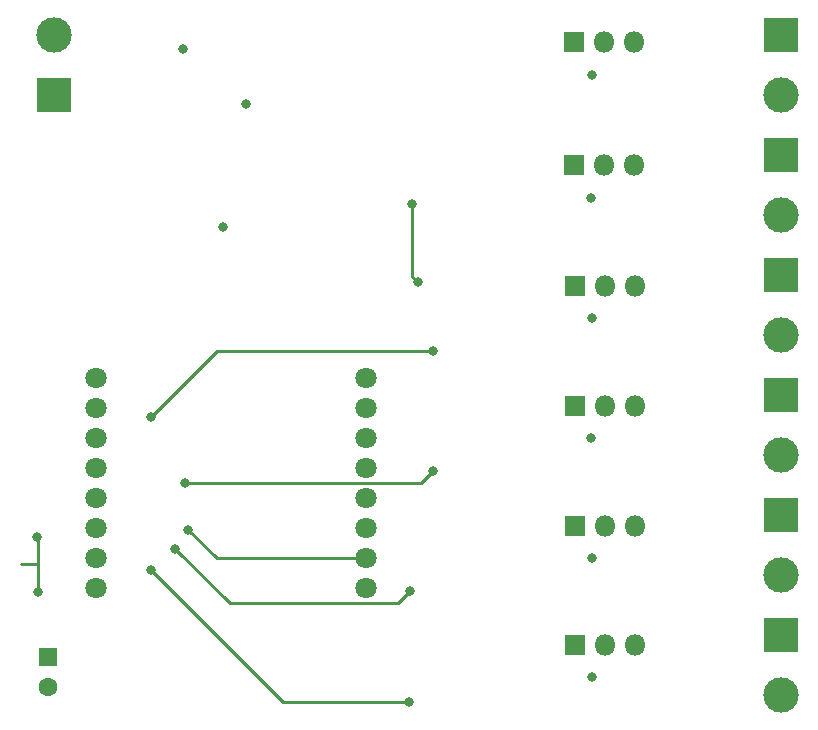
<source format=gbr>
%TF.GenerationSoftware,KiCad,Pcbnew,(5.1.7)-1*%
%TF.CreationDate,2020-12-01T10:33:41+01:00*%
%TF.ProjectId,HeatController,48656174-436f-46e7-9472-6f6c6c65722e,rev?*%
%TF.SameCoordinates,Original*%
%TF.FileFunction,Copper,L2,Bot*%
%TF.FilePolarity,Positive*%
%FSLAX46Y46*%
G04 Gerber Fmt 4.6, Leading zero omitted, Abs format (unit mm)*
G04 Created by KiCad (PCBNEW (5.1.7)-1) date 2020-12-01 10:33:41*
%MOMM*%
%LPD*%
G01*
G04 APERTURE LIST*
%TA.AperFunction,ComponentPad*%
%ADD10R,3.000000X3.000000*%
%TD*%
%TA.AperFunction,ComponentPad*%
%ADD11C,3.000000*%
%TD*%
%TA.AperFunction,ComponentPad*%
%ADD12C,1.800000*%
%TD*%
%TA.AperFunction,ComponentPad*%
%ADD13R,1.800000X1.800000*%
%TD*%
%TA.AperFunction,ComponentPad*%
%ADD14O,1.800000X1.800000*%
%TD*%
%TA.AperFunction,ComponentPad*%
%ADD15R,1.600000X1.600000*%
%TD*%
%TA.AperFunction,ComponentPad*%
%ADD16C,1.600000*%
%TD*%
%TA.AperFunction,ViaPad*%
%ADD17C,0.800000*%
%TD*%
%TA.AperFunction,Conductor*%
%ADD18C,0.250000*%
%TD*%
G04 APERTURE END LIST*
D10*
%TO.P,JP1,1*%
%TO.N,/24V*%
X157480000Y-61087000D03*
D11*
%TO.P,JP1,2*%
%TO.N,GND*%
X157480000Y-56007000D03*
%TD*%
D10*
%TO.P,J6,1*%
%TO.N,/24V*%
X219075000Y-106807000D03*
D11*
%TO.P,J6,2*%
%TO.N,Net-(D6-Pad2)*%
X219075000Y-111887000D03*
%TD*%
D10*
%TO.P,J5,1*%
%TO.N,/24V*%
X219075000Y-96647000D03*
D11*
%TO.P,J5,2*%
%TO.N,Net-(D5-Pad2)*%
X219075000Y-101727000D03*
%TD*%
D10*
%TO.P,J4,1*%
%TO.N,/24V*%
X219075000Y-86487000D03*
D11*
%TO.P,J4,2*%
%TO.N,Net-(D4-Pad2)*%
X219075000Y-91567000D03*
%TD*%
D10*
%TO.P,J3,1*%
%TO.N,/24V*%
X219075000Y-76327000D03*
D11*
%TO.P,J3,2*%
%TO.N,Net-(D3-Pad2)*%
X219075000Y-81407000D03*
%TD*%
D10*
%TO.P,J2,1*%
%TO.N,/24V*%
X219075000Y-66167000D03*
D11*
%TO.P,J2,2*%
%TO.N,Net-(D2-Pad2)*%
X219075000Y-71247000D03*
%TD*%
D10*
%TO.P,J1,1*%
%TO.N,/24V*%
X219075000Y-56007000D03*
D11*
%TO.P,J1,2*%
%TO.N,Net-(D1-Pad2)*%
X219075000Y-61087000D03*
%TD*%
D12*
%TO.P,U1,16*%
%TO.N,N/C*%
X183896000Y-85090000D03*
%TO.P,U1,1*%
X161036000Y-85090000D03*
%TO.P,U1,15*%
X183896000Y-87630000D03*
%TO.P,U1,2*%
X161036000Y-87630000D03*
%TO.P,U1,14*%
%TO.N,/D1*%
X183896000Y-90170000D03*
%TO.P,U1,3*%
%TO.N,N/C*%
X161036000Y-90170000D03*
%TO.P,U1,13*%
%TO.N,/D2*%
X183896000Y-92710000D03*
%TO.P,U1,4*%
%TO.N,/D5*%
X161036000Y-92710000D03*
%TO.P,U1,12*%
%TO.N,N/C*%
X183896000Y-95250000D03*
%TO.P,U1,5*%
%TO.N,/D6*%
X161036000Y-95250000D03*
%TO.P,U1,11*%
%TO.N,N/C*%
X183896000Y-97790000D03*
%TO.P,U1,6*%
%TO.N,/D7*%
X161036000Y-97790000D03*
%TO.P,U1,10*%
%TO.N,/GND2*%
X183896000Y-100330000D03*
%TO.P,U1,7*%
%TO.N,/D8*%
X161036000Y-100330000D03*
%TO.P,U1,9*%
%TO.N,N/C*%
X183896000Y-102870000D03*
%TO.P,U1,8*%
%TO.N,/3V3*%
X161036000Y-102870000D03*
%TD*%
D13*
%TO.P,Q5,1*%
%TO.N,Net-(Q5-Pad1)*%
X201573000Y-97574500D03*
D14*
%TO.P,Q5,2*%
%TO.N,Net-(D5-Pad2)*%
X204113000Y-97574500D03*
%TO.P,Q5,3*%
%TO.N,GND*%
X206653000Y-97574500D03*
%TD*%
D13*
%TO.P,Q6,1*%
%TO.N,Net-(Q6-Pad1)*%
X201573000Y-107671000D03*
D14*
%TO.P,Q6,2*%
%TO.N,Net-(D6-Pad2)*%
X204113000Y-107671000D03*
%TO.P,Q6,3*%
%TO.N,GND*%
X206653000Y-107671000D03*
%TD*%
D13*
%TO.P,Q3,1*%
%TO.N,Net-(Q3-Pad1)*%
X201573000Y-77254500D03*
D14*
%TO.P,Q3,2*%
%TO.N,Net-(D3-Pad2)*%
X204113000Y-77254500D03*
%TO.P,Q3,3*%
%TO.N,GND*%
X206653000Y-77254500D03*
%TD*%
D13*
%TO.P,Q4,1*%
%TO.N,Net-(Q4-Pad1)*%
X201573000Y-87414500D03*
D14*
%TO.P,Q4,2*%
%TO.N,Net-(D4-Pad2)*%
X204113000Y-87414500D03*
%TO.P,Q4,3*%
%TO.N,GND*%
X206653000Y-87414500D03*
%TD*%
D13*
%TO.P,Q2,1*%
%TO.N,Net-(Q2-Pad1)*%
X201549000Y-67056000D03*
D14*
%TO.P,Q2,2*%
%TO.N,Net-(D2-Pad2)*%
X204089000Y-67056000D03*
%TO.P,Q2,3*%
%TO.N,GND*%
X206629000Y-67056000D03*
%TD*%
D15*
%TO.P,C1,1*%
%TO.N,/3V3*%
X156972000Y-108712000D03*
D16*
%TO.P,C1,2*%
%TO.N,GND*%
X156972000Y-111212000D03*
%TD*%
D13*
%TO.P,Q1,1*%
%TO.N,Net-(Q1-Pad1)*%
X201549000Y-56642000D03*
D14*
%TO.P,Q1,2*%
%TO.N,Net-(D1-Pad2)*%
X204089000Y-56642000D03*
%TO.P,Q1,3*%
%TO.N,GND*%
X206629000Y-56642000D03*
%TD*%
D17*
%TO.N,GND*%
X202946000Y-69850000D03*
X202946000Y-90170000D03*
X203073000Y-80010000D03*
X203073000Y-110363000D03*
X203073000Y-100330000D03*
X173736000Y-61849000D03*
X168402000Y-57213500D03*
X203073000Y-59436000D03*
X156146500Y-103187500D03*
X156083000Y-98552000D03*
X171831000Y-72263000D03*
%TO.N,/GND2*%
X188277500Y-76962000D03*
X187833000Y-70294500D03*
X168846500Y-97917000D03*
%TO.N,/D5*%
X165735000Y-88392000D03*
X189586009Y-82804000D03*
%TO.N,/D6*%
X168592500Y-93980000D03*
X189586009Y-92964000D03*
%TO.N,/D7*%
X167767000Y-99504500D03*
X187642500Y-103060500D03*
%TO.N,/D8*%
X165671500Y-101346000D03*
X187579000Y-112522000D03*
%TD*%
D18*
%TO.N,GND*%
X156146500Y-98615500D02*
X156083000Y-98552000D01*
X156146500Y-100774500D02*
X156146500Y-98615500D01*
X156146500Y-103187500D02*
X156146500Y-100774500D01*
X156146500Y-100774500D02*
X154686000Y-100774500D01*
%TO.N,/GND2*%
X187833000Y-76517500D02*
X187833000Y-70294500D01*
X188277500Y-76962000D02*
X187833000Y-76517500D01*
X171259500Y-100330000D02*
X183896000Y-100330000D01*
X168846500Y-97917000D02*
X171259500Y-100330000D01*
%TO.N,/D5*%
X165735000Y-88392000D02*
X171323000Y-82804000D01*
X171323000Y-82804000D02*
X189586009Y-82804000D01*
%TO.N,/D6*%
X168592500Y-93980000D02*
X188570009Y-93980000D01*
X188570009Y-93980000D02*
X189586009Y-92964000D01*
%TO.N,/D7*%
X167767000Y-99504500D02*
X172357501Y-104095001D01*
X172357501Y-104095001D02*
X186607999Y-104095001D01*
X186607999Y-104095001D02*
X187642500Y-103060500D01*
%TO.N,/D8*%
X176847500Y-112522000D02*
X187579000Y-112522000D01*
X165671500Y-101346000D02*
X176847500Y-112522000D01*
%TD*%
M02*

</source>
